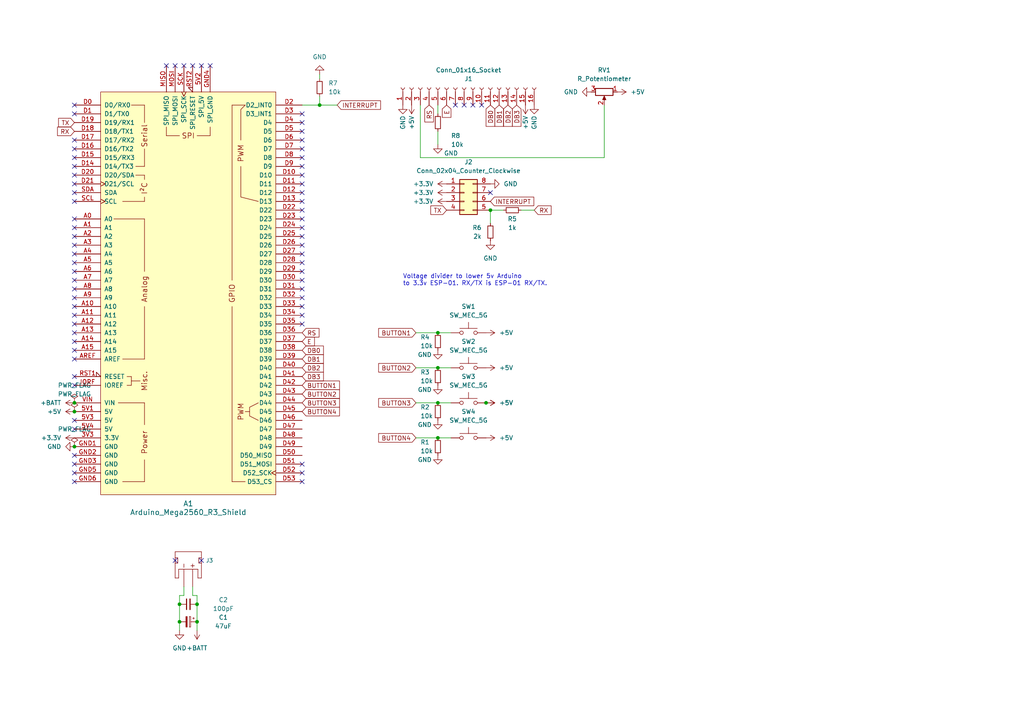
<source format=kicad_sch>
(kicad_sch (version 20230121) (generator eeschema)
  (paper "A4")
  (lib_symbols
    (symbol "Connector:Conn_01x16_Socket" (pin_names (offset 1.016) hide)
      (property "Reference" "J" (at 0 20.32 0))
      (property "Value" "Conn_01x16_Socket" (at 0 -22.86 0))
      (symbol "Conn_01x16_Socket_1_1"
        (arc (start 0 -19.812) (mid -0.5058 -20.32) (end 0 -20.828) (stroke (width 0.1524)))
        (arc (start 0 -17.272) (mid -0.5058 -17.78) (end 0 -18.288) (stroke (width 0.1524)))
        (arc (start 0 -14.732) (mid -0.5058 -15.24) (end 0 -15.748) (stroke (width 0.1524)))
        (arc (start 0 -12.192) (mid -0.5058 -12.7) (end 0 -13.208) (stroke (width 0.1524)))
        (arc (start 0 -9.652) (mid -0.5058 -10.16) (end 0 -10.668) (stroke (width 0.1524)))
        (arc (start 0 -7.112) (mid -0.5058 -7.62) (end 0 -8.128) (stroke (width 0.1524)))
        (arc (start 0 -4.572) (mid -0.5058 -5.08) (end 0 -5.588) (stroke (width 0.1524)))
        (arc (start 0 -2.032) (mid -0.5058 -2.54) (end 0 -3.048) (stroke (width 0.1524)))
        (polyline (pts (xy -1.27 -20.32) (xy -0.508 -20.32)) (stroke (width 0.1524)))
        (polyline (pts (xy -1.27 -17.78) (xy -0.508 -17.78)) (stroke (width 0.1524)))
        (polyline (pts (xy -1.27 -15.24) (xy -0.508 -15.24)) (stroke (width 0.1524)))
        (polyline (pts (xy -1.27 -12.7) (xy -0.508 -12.7)) (stroke (width 0.1524)))
        (polyline (pts (xy -1.27 -10.16) (xy -0.508 -10.16)) (stroke (width 0.1524)))
        (polyline (pts (xy -1.27 -7.62) (xy -0.508 -7.62)) (stroke (width 0.1524)))
        (polyline (pts (xy -1.27 -5.08) (xy -0.508 -5.08)) (stroke (width 0.1524)))
        (polyline (pts (xy -1.27 -2.54) (xy -0.508 -2.54)) (stroke (width 0.1524)))
        (polyline (pts (xy -1.27 0) (xy -0.508 0)) (stroke (width 0.1524)))
        (polyline (pts (xy -1.27 2.54) (xy -0.508 2.54)) (stroke (width 0.1524)))
        (polyline (pts (xy -1.27 5.08) (xy -0.508 5.08)) (stroke (width 0.1524)))
        (polyline (pts (xy -1.27 7.62) (xy -0.508 7.62)) (stroke (width 0.1524)))
        (polyline (pts (xy -1.27 10.16) (xy -0.508 10.16)) (stroke (width 0.1524)))
        (polyline (pts (xy -1.27 12.7) (xy -0.508 12.7)) (stroke (width 0.1524)))
        (polyline (pts (xy -1.27 15.24) (xy -0.508 15.24)) (stroke (width 0.1524)))
        (polyline (pts (xy -1.27 17.78) (xy -0.508 17.78)) (stroke (width 0.1524)))
        (arc (start 0 0.508) (mid -0.5058 0) (end 0 -0.508) (stroke (width 0.1524)))
        (arc (start 0 3.048) (mid -0.5058 2.54) (end 0 2.032) (stroke (width 0.1524)))
        (arc (start 0 5.588) (mid -0.5058 5.08) (end 0 4.572) (stroke (width 0.1524)))
        (arc (start 0 8.128) (mid -0.5058 7.62) (end 0 7.112) (stroke (width 0.1524)))
        (arc (start 0 10.668) (mid -0.5058 10.16) (end 0 9.652) (stroke (width 0.1524)))
        (arc (start 0 13.208) (mid -0.5058 12.7) (end 0 12.192) (stroke (width 0.1524)))
        (arc (start 0 15.748) (mid -0.5058 15.24) (end 0 14.732) (stroke (width 0.1524)))
        (arc (start 0 18.288) (mid -0.5058 17.78) (end 0 17.272) (stroke (width 0.1524)))
        (pin passive line (at -5.08 17.78 0) (length 3.81) (name "Pin_1") (number "1"))
        (pin passive line (at -5.08 -5.08 0) (length 3.81) (name "Pin_10") (number "10"))
        (pin passive line (at -5.08 -7.62 0) (length 3.81) (name "Pin_11") (number "11"))
        (pin passive line (at -5.08 -10.16 0) (length 3.81) (name "Pin_12") (number "12"))
        (pin passive line (at -5.08 -12.7 0) (length 3.81) (name "Pin_13") (number "13"))
        (pin passive line (at -5.08 -15.24 0) (length 3.81) (name "Pin_14") (number "14"))
        (pin passive line (at -5.08 -17.78 0) (length 3.81) (name "Pin_15") (number "15"))
        (pin passive line (at -5.08 -20.32 0) (length 3.81) (name "Pin_16") (number "16"))
        (pin passive line (at -5.08 15.24 0) (length 3.81) (name "Pin_2") (number "2"))
        (pin passive line (at -5.08 12.7 0) (length 3.81) (name "Pin_3") (number "3"))
        (pin passive line (at -5.08 10.16 0) (length 3.81) (name "Pin_4") (number "4"))
        (pin passive line (at -5.08 7.62 0) (length 3.81) (name "Pin_5") (number "5"))
        (pin passive line (at -5.08 5.08 0) (length 3.81) (name "Pin_6") (number "6"))
        (pin passive line (at -5.08 2.54 0) (length 3.81) (name "Pin_7") (number "7"))
        (pin passive line (at -5.08 0 0) (length 3.81) (name "Pin_8") (number "8"))
        (pin passive line (at -5.08 -2.54 0) (length 3.81) (name "Pin_9") (number "9"))
      )
    )
    (symbol "Connector_Generic:Conn_02x04_Counter_Clockwise" (pin_names (offset 1.016) hide)
      (property "Reference" "J" (at 1.27 5.08 0))
      (property "Value" "Conn_02x04_Counter_Clockwise" (at 1.27 -7.62 0))
      (symbol "Conn_02x04_Counter_Clockwise_1_1"
        (rectangle (start -1.27 -4.953) (end 0 -5.207) (stroke (width 0.1524)))
        (rectangle (start -1.27 -2.413) (end 0 -2.667) (stroke (width 0.1524)))
        (rectangle (start -1.27 0.127) (end 0 -0.127) (stroke (width 0.1524)))
        (rectangle (start -1.27 2.667) (end 0 2.413) (stroke (width 0.1524)))
        (rectangle (start -1.27 3.81) (end 3.81 -6.35) (stroke (width 0.254)) (fill (type background)))
        (rectangle (start 3.81 -4.953) (end 2.54 -5.207) (stroke (width 0.1524)))
        (rectangle (start 3.81 -2.413) (end 2.54 -2.667) (stroke (width 0.1524)))
        (rectangle (start 3.81 0.127) (end 2.54 -0.127) (stroke (width 0.1524)))
        (rectangle (start 3.81 2.667) (end 2.54 2.413) (stroke (width 0.1524)))
        (pin passive line (at -5.08 2.54 0) (length 3.81) (name "Pin_1") (number "1"))
        (pin passive line (at -5.08 0 0) (length 3.81) (name "Pin_2") (number "2"))
        (pin passive line (at -5.08 -2.54 0) (length 3.81) (name "Pin_3") (number "3"))
        (pin passive line (at -5.08 -5.08 0) (length 3.81) (name "Pin_4") (number "4"))
        (pin passive line (at 7.62 -5.08 180) (length 3.81) (name "Pin_5") (number "5"))
        (pin passive line (at 7.62 -2.54 180) (length 3.81) (name "Pin_6") (number "6"))
        (pin passive line (at 7.62 0 180) (length 3.81) (name "Pin_7") (number "7"))
        (pin passive line (at 7.62 2.54 180) (length 3.81) (name "Pin_8") (number "8"))
      )
    )
    (symbol "Device:C_Polarized_Small" (pin_numbers hide) (pin_names (offset 0.254) hide)
      (property "Reference" "C" (at 0.254 1.778 0))
      (property "Value" "C_Polarized_Small" (at 0.254 -2.032 0))
      (symbol "C_Polarized_Small_0_1"
        (rectangle (start -1.524 -0.3048) (end 1.524 -0.6858) (fill (type outline)))
        (rectangle (start -1.524 0.6858) (end 1.524 0.3048))
        (polyline (pts (xy -1.27 1.524) (xy -0.762 1.524)))
        (polyline (pts (xy -1.016 1.27) (xy -1.016 1.778)))
      )
      (symbol "C_Polarized_Small_1_1"
        (pin passive line (at 0 2.54 270) (length 1.8542) (name "~") (number "1"))
        (pin passive line (at 0 -2.54 90) (length 1.8542) (name "~") (number "2"))
      )
    )
    (symbol "Device:C_Small" (pin_numbers hide) (pin_names (offset 0.254) hide)
      (property "Reference" "C" (at 0.254 1.778 0))
      (property "Value" "C_Small" (at 0.254 -2.032 0))
      (symbol "C_Small_0_1"
        (polyline (pts (xy -1.524 -0.508) (xy 1.524 -0.508)) (stroke (width 0.3302)))
        (polyline (pts (xy -1.524 0.508) (xy 1.524 0.508)) (stroke (width 0.3048)))
      )
      (symbol "C_Small_1_1"
        (pin passive line (at 0 2.54 270) (length 2.032) (name "~") (number "1"))
        (pin passive line (at 0 -2.54 90) (length 2.032) (name "~") (number "2"))
      )
    )
    (symbol "Device:R_Potentiometer" (pin_names (offset 1.016) hide)
      (property "Reference" "RV" (at -4.445 0 90))
      (property "Value" "R_Potentiometer" (at -2.54 0 90))
      (symbol "R_Potentiometer_0_1"
        (polyline (pts (xy 2.54 0) (xy 1.524 0)))
        (polyline (pts (xy 1.143 0) (xy 2.286 0.508) (xy 2.286 -0.508) (xy 1.143 0)) (fill (type outline)))
        (rectangle (start 1.016 2.54) (end -1.016 -2.54) (stroke (width 0.254)))
      )
      (symbol "R_Potentiometer_1_1"
        (pin passive line (at 0 3.81 270) (length 1.27) (name "1") (number "1"))
        (pin passive line (at 3.81 0 180) (length 1.27) (name "2") (number "2"))
        (pin passive line (at 0 -3.81 90) (length 1.27) (name "3") (number "3"))
      )
    )
    (symbol "Device:R_Small" (pin_numbers hide) (pin_names (offset 0.254) hide)
      (property "Reference" "R" (at 0.762 0.508 0))
      (property "Value" "R_Small" (at 0.762 -1.016 0))
      (symbol "R_Small_0_1"
        (rectangle (start -0.762 1.778) (end 0.762 -1.778) (stroke (width 0.2032)))
      )
      (symbol "R_Small_1_1"
        (pin passive line (at 0 2.54 270) (length 0.762) (name "~") (number "1"))
        (pin passive line (at 0 -2.54 90) (length 0.762) (name "~") (number "2"))
      )
    )
    (symbol "PCM_arduino-library:Arduino_Mega2560_R3_Shield" (pin_names (offset 1.016))
      (property "Reference" "A" (at 0 -62.23 0))
      (property "Value" "Arduino_Mega2560_R3_Shield" (at 0 -66.04 0))
      (symbol "Arduino_Mega2560_R3_Shield_0_0"
        (rectangle (start -25.4 -58.42) (end 25.4 58.42) (fill (type background)))
        (rectangle (start -20.32 -31.75) (end -12.7 -31.75))
        (rectangle (start -19.05 -54.61) (end -12.7 -54.61))
        (rectangle (start -19.05 -19.05) (end -12.7 -19.05))
        (rectangle (start -19.05 26.67) (end -12.7 26.67))
        (rectangle (start -17.78 -26.67) (end -16.51 -26.67))
        (rectangle (start -17.78 -24.13) (end -16.51 -24.13))
        (rectangle (start -16.51 -25.4) (end -13.97 -25.4))
        (rectangle (start -16.51 -24.13) (end -16.51 -26.67))
        (rectangle (start -16.51 54.61) (end -12.7 54.61))
        (rectangle (start -15.24 34.29) (end -12.7 34.29))
        (rectangle (start -15.24 36.83) (end -12.7 36.83))
        (rectangle (start -12.7 -54.61) (end -12.7 -48.26))
        (rectangle (start -12.7 -31.75) (end -12.7 -38.1))
        (rectangle (start -12.7 26.67) (end -12.7 27.94))
        (rectangle (start -12.7 34.29) (end -12.7 33.02))
        (rectangle (start -12.7 41.91) (end -12.7 36.83))
        (rectangle (start -12.7 49.53) (end -12.7 54.61))
        (rectangle (start -6.35 48.26) (end -6.35 45.72))
        (rectangle (start -2.54 45.72) (end -6.35 45.72))
        (polyline (pts (xy -21.59 21.59) (xy -12.7 21.59)))
        (polyline (pts (xy -12.7 -19.05) (xy -12.7 -3.81)))
        (polyline (pts (xy -12.7 6.35) (xy -12.7 21.59)))
        (polyline (pts (xy 12.7 -54.61) (xy 16.51 -54.61)))
        (polyline (pts (xy 12.7 54.61) (xy 16.51 54.61)))
        (polyline (pts (xy 17.78 -34.29) (xy 16.51 -34.29)))
        (polyline (pts (xy 15.24 36.83) (xy 15.24 27.94) (xy 20.32 26.67)))
        (polyline (pts (xy 15.24 44.45) (xy 15.24 53.34) (xy 16.51 54.61)))
        (polyline (pts (xy 20.32 -31.75) (xy 17.78 -33.02) (xy 17.78 -35.56) (xy 20.32 -36.83)))
        (rectangle (start 6.35 45.72) (end 2.54 45.72))
        (rectangle (start 6.35 48.26) (end 6.35 45.72))
        (text "Analog" (at -12.7 1.27 900) (effects (font (size 1.524 1.524))))
        (text "I²C" (at -12.7 30.48 900) (effects (font (size 1.524 1.524))))
        (text "Misc." (at -12.7 -25.4 900) (effects (font (size 1.524 1.524))))
        (text "Power" (at -12.7 -43.18 900) (effects (font (size 1.524 1.524))))
        (text "PWM" (at 15.24 -34.29 900) (effects (font (size 1.524 1.524))))
        (text "PWM" (at 15.24 40.64 900) (effects (font (size 1.524 1.524))))
        (text "Serial" (at -12.7 45.72 900) (effects (font (size 1.524 1.524))))
        (text "SPI" (at 0 45.72 0) (effects (font (size 1.524 1.524))))
      )
      (symbol "Arduino_Mega2560_R3_Shield_1_0"
        (rectangle (start 12.7 -54.61) (end 12.7 -3.81))
        (rectangle (start 12.7 54.61) (end 12.7 3.81))
        (text "GPIO" (at 12.7 0 900) (effects (font (size 1.524 1.524))))
      )
      (symbol "Arduino_Mega2560_R3_Shield_1_1"
        (pin power_out line (at -33.02 -41.91 0) (length 7.62) (name "3.3V") (number "3V3"))
        (pin power_in line (at -33.02 -34.29 0) (length 7.62) (name "5V") (number "5V1"))
        (pin power_in line (at 3.81 66.04 270) (length 7.62) (name "SPI_5V") (number "5V2"))
        (pin power_in line (at -33.02 -36.83 0) (length 7.62) (name "5V") (number "5V3"))
        (pin power_in line (at -33.02 -39.37 0) (length 7.62) (name "5V") (number "5V4"))
        (pin bidirectional line (at -33.02 21.59 0) (length 7.62) (name "A0") (number "A0"))
        (pin bidirectional line (at -33.02 19.05 0) (length 7.62) (name "A1") (number "A1"))
        (pin bidirectional line (at -33.02 -3.81 0) (length 7.62) (name "A10") (number "A10"))
        (pin bidirectional line (at -33.02 -6.35 0) (length 7.62) (name "A11") (number "A11"))
        (pin bidirectional line (at -33.02 -8.89 0) (length 7.62) (name "A12") (number "A12"))
        (pin bidirectional line (at -33.02 -11.43 0) (length 7.62) (name "A13") (number "A13"))
        (pin bidirectional line (at -33.02 -13.97 0) (length 7.62) (name "A14") (number "A14"))
        (pin bidirectional line (at -33.02 -16.51 0) (length 7.62) (name "A15") (number "A15"))
        (pin bidirectional line (at -33.02 16.51 0) (length 7.62) (name "A2") (number "A2"))
        (pin bidirectional line (at -33.02 13.97 0) (length 7.62) (name "A3") (number "A3"))
        (pin bidirectional line (at -33.02 11.43 0) (length 7.62) (name "A4") (number "A4"))
        (pin bidirectional line (at -33.02 8.89 0) (length 7.62) (name "A5") (number "A5"))
        (pin bidirectional line (at -33.02 6.35 0) (length 7.62) (name "A6") (number "A6"))
        (pin bidirectional line (at -33.02 3.81 0) (length 7.62) (name "A7") (number "A7"))
        (pin bidirectional line (at -33.02 1.27 0) (length 7.62) (name "A8") (number "A8"))
        (pin bidirectional line (at -33.02 -1.27 0) (length 7.62) (name "A9") (number "A9"))
        (pin input line (at -33.02 -19.05 0) (length 7.62) (name "AREF") (number "AREF"))
        (pin bidirectional line (at -33.02 54.61 0) (length 7.62) (name "D0/RX0") (number "D0"))
        (pin bidirectional line (at -33.02 52.07 0) (length 7.62) (name "D1/TX0") (number "D1"))
        (pin bidirectional line (at 33.02 34.29 180) (length 7.62) (name "D10") (number "D10"))
        (pin bidirectional line (at 33.02 31.75 180) (length 7.62) (name "D11") (number "D11"))
        (pin bidirectional line (at 33.02 29.21 180) (length 7.62) (name "D12") (number "D12"))
        (pin bidirectional line (at 33.02 26.67 180) (length 7.62) (name "D13") (number "D13"))
        (pin bidirectional line (at -33.02 36.83 0) (length 7.62) (name "D14/TX3") (number "D14"))
        (pin bidirectional line (at -33.02 39.37 0) (length 7.62) (name "D15/RX3") (number "D15"))
        (pin bidirectional line (at -33.02 41.91 0) (length 7.62) (name "D16/TX2") (number "D16"))
        (pin bidirectional line (at -33.02 44.45 0) (length 7.62) (name "D17/RX2") (number "D17"))
        (pin bidirectional line (at -33.02 46.99 0) (length 7.62) (name "D18/TX1") (number "D18"))
        (pin bidirectional line (at -33.02 49.53 0) (length 7.62) (name "D19/RX1") (number "D19"))
        (pin bidirectional line (at 33.02 54.61 180) (length 7.62) (name "D2_INT0") (number "D2"))
        (pin bidirectional line (at -33.02 34.29 0) (length 7.62) (name "D20/SDA") (number "D20"))
        (pin bidirectional clock (at -33.02 31.75 0) (length 7.62) (name "D21/SCL") (number "D21"))
        (pin bidirectional line (at 33.02 24.13 180) (length 7.62) (name "D22") (number "D22"))
        (pin bidirectional line (at 33.02 21.59 180) (length 7.62) (name "D23") (number "D23"))
        (pin bidirectional line (at 33.02 19.05 180) (length 7.62) (name "D24") (number "D24"))
        (pin bidirectional line (at 33.02 16.51 180) (length 7.62) (name "D25") (number "D25"))
        (pin bidirectional line (at 33.02 13.97 180) (length 7.62) (name "D26") (number "D26"))
        (pin bidirectional line (at 33.02 11.43 180) (length 7.62) (name "D27") (number "D27"))
        (pin bidirectional line (at 33.02 8.89 180) (length 7.62) (name "D28") (number "D28"))
        (pin bidirectional line (at 33.02 6.35 180) (length 7.62) (name "D29") (number "D29"))
        (pin bidirectional line (at 33.02 52.07 180) (length 7.62) (name "D3_INT1") (number "D3"))
        (pin bidirectional line (at 33.02 3.81 180) (length 7.62) (name "D30") (number "D30"))
        (pin bidirectional line (at 33.02 1.27 180) (length 7.62) (name "D31") (number "D31"))
        (pin bidirectional line (at 33.02 -1.27 180) (length 7.62) (name "D32") (number "D32"))
        (pin bidirectional line (at 33.02 -3.81 180) (length 7.62) (name "D33") (number "D33"))
        (pin bidirectional line (at 33.02 -6.35 180) (length 7.62) (name "D34") (number "D34"))
        (pin bidirectional line (at 33.02 -8.89 180) (length 7.62) (name "D35") (number "D35"))
        (pin bidirectional line (at 33.02 -11.43 180) (length 7.62) (name "D36") (number "D36"))
        (pin bidirectional line (at 33.02 -13.97 180) (length 7.62) (name "D37") (number "D37"))
        (pin bidirectional line (at 33.02 -16.51 180) (length 7.62) (name "D38") (number "D38"))
        (pin bidirectional line (at 33.02 -19.05 180) (length 7.62) (name "D39") (number "D39"))
        (pin bidirectional line (at 33.02 49.53 180) (length 7.62) (name "D4") (number "D4"))
        (pin bidirectional line (at 33.02 -21.59 180) (length 7.62) (name "D40") (number "D40"))
        (pin bidirectional line (at 33.02 -24.13 180) (length 7.62) (name "D41") (number "D41"))
        (pin bidirectional line (at 33.02 -26.67 180) (length 7.62) (name "D42") (number "D42"))
        (pin bidirectional line (at 33.02 -29.21 180) (length 7.62) (name "D43") (number "D43"))
        (pin bidirectional line (at 33.02 -31.75 180) (length 7.62) (name "D44") (number "D44"))
        (pin bidirectional line (at 33.02 -34.29 180) (length 7.62) (name "D45") (number "D45"))
        (pin bidirectional line (at 33.02 -36.83 180) (length 7.62) (name "D46") (number "D46"))
        (pin bidirectional line (at 33.02 -39.37 180) (length 7.62) (name "D47") (number "D47"))
        (pin bidirectional line (at 33.02 -41.91 180) (length 7.62) (name "D48") (number "D48"))
        (pin bidirectional line (at 33.02 -44.45 180) (length 7.62) (name "D49") (number "D49"))
        (pin bidirectional line (at 33.02 46.99 180) (length 7.62) (name "D5") (number "D5"))
        (pin bidirectional line (at 33.02 -46.99 180) (length 7.62) (name "D50_MISO") (number "D50"))
        (pin bidirectional line (at 33.02 -49.53 180) (length 7.62) (name "D51_MOSI") (number "D51"))
        (pin bidirectional clock (at 33.02 -52.07 180) (length 7.62) (name "D52_SCK") (number "D52"))
        (pin bidirectional line (at 33.02 -54.61 180) (length 7.62) (name "D53_CS") (number "D53"))
        (pin bidirectional line (at 33.02 44.45 180) (length 7.62) (name "D6") (number "D6"))
        (pin bidirectional line (at 33.02 41.91 180) (length 7.62) (name "D7") (number "D7"))
        (pin bidirectional line (at 33.02 39.37 180) (length 7.62) (name "D8") (number "D8"))
        (pin bidirectional line (at 33.02 36.83 180) (length 7.62) (name "D9") (number "D9"))
        (pin power_in line (at -33.02 -44.45 0) (length 7.62) (name "GND") (number "GND1"))
        (pin power_in line (at -33.02 -46.99 0) (length 7.62) (name "GND") (number "GND2"))
        (pin power_in line (at -33.02 -49.53 0) (length 7.62) (name "GND") (number "GND3"))
        (pin power_in line (at 6.35 66.04 270) (length 7.62) (name "SPI_GND") (number "GND4"))
        (pin power_in line (at -33.02 -52.07 0) (length 7.62) (name "GND") (number "GND5"))
        (pin power_in line (at -33.02 -54.61 0) (length 7.62) (name "GND") (number "GND6"))
        (pin output line (at -33.02 -26.67 0) (length 7.62) (name "IOREF") (number "IORF"))
        (pin input line (at -6.35 66.04 270) (length 7.62) (name "SPI_MISO") (number "MISO"))
        (pin output line (at -3.81 66.04 270) (length 7.62) (name "SPI_MOSI") (number "MOSI"))
        (pin open_collector input_low (at -33.02 -24.13 0) (length 7.62) (name "RESET") (number "RST1"))
        (pin open_collector input_low (at 1.27 66.04 270) (length 7.62) (name "SPI_RESET") (number "RST2"))
        (pin output clock (at -1.27 66.04 270) (length 7.62) (name "SPI_SCK") (number "SCK"))
        (pin bidirectional clock (at -33.02 26.67 0) (length 7.62) (name "SCL") (number "SCL"))
        (pin bidirectional line (at -33.02 29.21 0) (length 7.62) (name "SDA") (number "SDA"))
        (pin power_in line (at -33.02 -31.75 0) (length 7.62) (name "VIN") (number "VIN"))
      )
    )
    (symbol "SparkFun-Connectors:JST_2MM_MALE" (pin_numbers hide) (pin_names (offset 1.016) hide)
      (property "Reference" "J" (at -3.81 6.35 0))
      (property "Field4" "CONN-11443" (at 0 10.16 0))
      (symbol "JST_2MM_MALE_1_0"
        (polyline (pts (xy -3.81 -2.54) (xy -3.81 1.778)))
        (polyline (pts (xy -3.81 -2.54) (xy -2.794 -2.54)))
        (polyline (pts (xy -3.81 1.778) (xy -3.81 3.302)))
        (polyline (pts (xy -3.81 1.778) (xy -3.048 1.778)))
        (polyline (pts (xy -3.81 3.302) (xy -3.81 5.08)))
        (polyline (pts (xy -3.81 5.08) (xy 3.81 5.08)))
        (polyline (pts (xy -3.048 1.778) (xy -3.048 3.302)))
        (polyline (pts (xy -3.048 3.302) (xy -3.81 3.302)))
        (polyline (pts (xy -2.794 0) (xy -2.794 -2.54)))
        (polyline (pts (xy -1.27 0.508) (xy -1.27 1.524)))
        (polyline (pts (xy 0.762 1.016) (xy 1.778 1.016)))
        (polyline (pts (xy 1.27 0.508) (xy 1.27 1.524)))
        (polyline (pts (xy 2.794 -2.54) (xy 2.794 0)))
        (polyline (pts (xy 2.794 0) (xy -2.794 0)))
        (polyline (pts (xy 3.81 -2.54) (xy 2.794 -2.54)))
        (polyline (pts (xy 3.81 1.778) (xy 3.81 -2.54)))
        (polyline (pts (xy 3.81 5.08) (xy 3.81 3.302)))
      )
      (symbol "JST_2MM_MALE_1_1"
        (polyline (pts (xy 3.81 1.778) (xy 3.048 1.778) (xy 3.048 3.302) (xy 3.81 3.302) (xy 3.81 1.778)))
        (pin bidirectional line (at -1.27 -5.08 90) (length 5.08) (name "-") (number "1"))
        (pin bidirectional line (at 1.27 -5.08 90) (length 5.08) (name "+") (number "2"))
        (pin bidirectional line (at -3.81 2.54 90) (length 0) (name "PAD1") (number "NC1"))
        (pin bidirectional line (at 3.81 2.54 90) (length 0) (name "PAD2") (number "NC2"))
      )
    )
    (symbol "Switch:SW_MEC_5G" (pin_numbers hide) (pin_names (offset 1.016) hide)
      (property "Reference" "SW" (at 1.27 2.54 0))
      (property "Value" "SW_MEC_5G" (at 0 -1.524 0))
      (symbol "SW_MEC_5G_0_1"
        (circle (center -2.032 0) (radius 0.508))
        (polyline (pts (xy 0 1.27) (xy 0 3.048)))
        (polyline (pts (xy 2.54 1.27) (xy -2.54 1.27)))
        (circle (center 2.032 0) (radius 0.508))
        (pin passive line (at -5.08 0 0) (length 2.54) (name "A") (number "1"))
        (pin passive line (at 5.08 0 180) (length 2.54) (name "B") (number "3"))
      )
      (symbol "SW_MEC_5G_1_1"
        (pin passive line (at -5.08 0 0) (length 2.54) hide (name "A") (number "2"))
        (pin passive line (at 5.08 0 180) (length 2.54) hide (name "B") (number "4"))
      )
    )
    (symbol "power:+3.3V" (power) (pin_names (offset 0))
      (property "Value" "+3.3V" (at 0 3.556 0))
      (symbol "+3.3V_0_1"
        (polyline (pts (xy -0.762 1.27) (xy 0 2.54)))
        (polyline (pts (xy 0 0) (xy 0 2.54)))
        (polyline (pts (xy 0 2.54) (xy 0.762 1.27)))
      )
      (symbol "+3.3V_1_1"
        (pin power_in line (at 0 0 90) (length 0) hide (name "+3.3V") (number "1"))
      )
    )
    (symbol "power:+5V" (power) (pin_names (offset 0))
      (property "Value" "+5V" (at 0 3.556 0))
      (symbol "+5V_0_1"
        (polyline (pts (xy -0.762 1.27) (xy 0 2.54)))
        (polyline (pts (xy 0 0) (xy 0 2.54)))
        (polyline (pts (xy 0 2.54) (xy 0.762 1.27)))
      )
      (symbol "+5V_1_1"
        (pin power_in line (at 0 0 90) (length 0) hide (name "+5V") (number "1"))
      )
    )
    (symbol "power:+BATT" (power) (pin_names (offset 0))
      (property "Value" "+BATT" (at 0 3.556 0))
      (symbol "+BATT_0_1"
        (polyline (pts (xy -0.762 1.27) (xy 0 2.54)))
        (polyline (pts (xy 0 0) (xy 0 2.54)))
        (polyline (pts (xy 0 2.54) (xy 0.762 1.27)))
      )
      (symbol "+BATT_1_1"
        (pin power_in line (at 0 0 90) (length 0) hide (name "+BATT") (number "1"))
      )
    )
    (symbol "power:GND" (power) (pin_names (offset 0))
      (property "Value" "GND" (at 0 -3.81 0))
      (symbol "GND_0_1"
        (polyline (pts (xy 0 0) (xy 0 -1.27) (xy 1.27 -1.27) (xy 0 -2.54) (xy -1.27 -1.27) (xy 0 -1.27)))
      )
      (symbol "GND_1_1"
        (pin power_in line (at 0 0 270) (length 0) hide (name "GND") (number "1"))
      )
    )
    (symbol "power:PWR_FLAG" (power) (pin_numbers hide) (pin_names (offset 0) hide)
      (property "Value" "PWR_FLAG" (at 0 3.81 0))
      (symbol "PWR_FLAG_0_0"
        (pin power_out line (at 0 0 90) (length 0) (name "pwr") (number "1"))
      )
      (symbol "PWR_FLAG_0_1"
        (polyline (pts (xy 0 0) (xy 0 1.27) (xy -1.016 1.905) (xy 0 2.54) (xy 1.016 1.905) (xy 0 1.27)))
      )
    )
  )
  (junction (at 52.07 180.34))
  (junction (at 127 127))
  (junction (at 127 106.68))
  (junction (at 142.24 60.96))
  (junction (at 92.71 30.48))
  (junction (at 127 116.84))
  (junction (at 21.59 119.38))
  (junction (at 57.15 175.26))
  (junction (at 52.07 175.26))
  (junction (at 21.59 116.84))
  (junction (at 57.15 180.34))
  (junction (at 127 96.52))
  (junction (at 140.97 116.84))
  (junction (at 21.59 129.54))
  (no_connect (at 21.59 58.42))
  (no_connect (at 60.96 19.05))
  (no_connect (at 21.59 137.16))
  (no_connect (at 87.63 78.74))
  (no_connect (at 21.59 50.8))
  (no_connect (at 87.63 55.88))
  (no_connect (at 87.63 81.28))
  (no_connect (at 87.63 71.12))
  (no_connect (at 21.59 83.82))
  (no_connect (at 87.63 93.98))
  (no_connect (at 50.8 162.56))
  (no_connect (at 21.59 73.66))
  (no_connect (at 55.88 19.05))
  (no_connect (at 139.7 30.48))
  (no_connect (at 142.24 55.88))
  (no_connect (at 21.59 88.9))
  (no_connect (at 87.63 53.34))
  (no_connect (at 87.63 139.7))
  (no_connect (at 21.59 68.58))
  (no_connect (at 87.63 50.8))
  (no_connect (at 21.59 96.52))
  (no_connect (at 21.59 81.28))
  (no_connect (at 21.59 71.12))
  (no_connect (at 21.59 99.06))
  (no_connect (at 21.59 78.74))
  (no_connect (at 87.63 43.18))
  (no_connect (at 87.63 88.9))
  (no_connect (at 87.63 137.16))
  (no_connect (at 21.59 66.04))
  (no_connect (at 87.63 86.36))
  (no_connect (at 50.8 19.05))
  (no_connect (at 87.63 91.44))
  (no_connect (at 137.16 30.48))
  (no_connect (at 21.59 55.88))
  (no_connect (at 87.63 66.04))
  (no_connect (at 21.59 40.64))
  (no_connect (at 58.42 162.56))
  (no_connect (at 53.34 19.05))
  (no_connect (at 21.59 111.76))
  (no_connect (at 21.59 48.26))
  (no_connect (at 87.63 58.42))
  (no_connect (at 21.59 124.46))
  (no_connect (at 87.63 73.66))
  (no_connect (at 132.08 30.48))
  (no_connect (at 87.63 134.62))
  (no_connect (at 21.59 53.34))
  (no_connect (at 87.63 48.26))
  (no_connect (at 21.59 76.2))
  (no_connect (at 87.63 35.56))
  (no_connect (at 21.59 104.14))
  (no_connect (at 87.63 60.96))
  (no_connect (at 58.42 19.05))
  (no_connect (at 21.59 45.72))
  (no_connect (at 87.63 38.1))
  (no_connect (at 21.59 33.02))
  (no_connect (at 21.59 86.36))
  (no_connect (at 87.63 33.02))
  (no_connect (at 21.59 134.62))
  (no_connect (at 21.59 43.18))
  (no_connect (at 21.59 93.98))
  (no_connect (at 21.59 63.5))
  (no_connect (at 87.63 68.58))
  (no_connect (at 87.63 63.5))
  (no_connect (at 21.59 91.44))
  (no_connect (at 87.63 45.72))
  (no_connect (at 21.59 101.6))
  (no_connect (at 87.63 76.2))
  (no_connect (at 134.62 30.48))
  (no_connect (at 87.63 40.64))
  (no_connect (at 21.59 139.7))
  (no_connect (at 87.63 83.82))
  (no_connect (at 21.59 132.08))
  (no_connect (at 21.59 109.22))
  (no_connect (at 48.26 19.05))
  (no_connect (at 21.59 121.92))
  (no_connect (at 21.59 30.48))
  (wire (pts (xy 121.92 45.72) (xy 175.26 45.72)))
  (wire (pts (xy 175.26 45.72) (xy 175.26 30.48)))
  (wire (pts (xy 97.79 30.48) (xy 92.71 30.48)))
  (wire (pts (xy 55.88 170.18) (xy 55.88 172.72)))
  (wire (pts (xy 53.34 170.18) (xy 53.34 172.72)))
  (wire (pts (xy 52.07 172.72) (xy 52.07 175.26)))
  (wire (pts (xy 57.15 180.34) (xy 57.15 175.26)))
  (wire (pts (xy 52.07 175.26) (xy 52.07 180.34)))
  (wire (pts (xy 120.65 127) (xy 127 127)))
  (wire (pts (xy 127 96.52) (xy 130.81 96.52)))
  (wire (pts (xy 57.15 175.26) (xy 57.15 172.72)))
  (wire (pts (xy 120.65 116.84) (xy 127 116.84)))
  (wire (pts (xy 142.24 64.77) (xy 142.24 60.96)))
  (wire (pts (xy 52.07 180.34) (xy 52.07 182.88)))
  (wire (pts (xy 92.71 30.48) (xy 87.63 30.48)))
  (wire (pts (xy 92.71 21.59) (xy 92.71 22.86)))
  (wire (pts (xy 127 30.48) (xy 127 33.02)))
  (wire (pts (xy 120.65 106.68) (xy 127 106.68)))
  (wire (pts (xy 92.71 27.94) (xy 92.71 30.48)))
  (wire (pts (xy 127 127) (xy 130.81 127)))
  (wire (pts (xy 120.65 96.52) (xy 127 96.52)))
  (wire (pts (xy 57.15 182.88) (xy 57.15 180.34)))
  (wire (pts (xy 53.34 172.72) (xy 52.07 172.72)))
  (wire (pts (xy 57.15 172.72) (xy 55.88 172.72)))
  (wire (pts (xy 151.13 60.96) (xy 154.94 60.96)))
  (wire (pts (xy 121.92 30.48) (xy 121.92 45.72)))
  (wire (pts (xy 127 106.68) (xy 130.81 106.68)))
  (wire (pts (xy 127 116.84) (xy 130.81 116.84)))
  (wire (pts (xy 127 38.1) (xy 127 41.91)))
  (wire (pts (xy 146.05 60.96) (xy 142.24 60.96)))
  (text "Voltage divider to lower 5v Arduino\nto 3.3v ESP-01. RX/TX is ESP-01 RX/TX.\n\n" (at 116.84 85.09 0) (effects (font (size 1.27 1.27)) (justify left bottom)))
  (global_label "BUTTON1" (shape input) (at 120.65 96.52 180) (property "Intersheetrefs" "${INTERSHEET_REFS}" (effects hide)))
  (global_label "INTERRUPT" (shape input) (at 97.79 30.48 0) (property "Intersheetrefs" "${INTERSHEET_REFS}" (effects hide)))
  (global_label "RS" (shape input) (at 87.63 96.52 0) (property "Intersheetrefs" "${INTERSHEET_REFS}" (effects hide)))
  (global_label "BUTTON4" (shape input) (at 120.65 127 180) (property "Intersheetrefs" "${INTERSHEET_REFS}" (effects hide)))
  (global_label "DB2" (shape input) (at 147.32 30.48 270) (property "Intersheetrefs" "${INTERSHEET_REFS}" (effects hide)))
  (global_label "DB0" (shape input) (at 142.24 30.48 270) (property "Intersheetrefs" "${INTERSHEET_REFS}" (effects hide)))
  (global_label "TX" (shape input) (at 129.54 60.96 180) (property "Intersheetrefs" "${INTERSHEET_REFS}" (effects hide)))
  (global_label "RX" (shape input) (at 154.94 60.96 0) (property "Intersheetrefs" "${INTERSHEET_REFS}" (effects hide)))
  (global_label "RX" (shape input) (at 21.59 38.1 180) (property "Intersheetrefs" "${INTERSHEET_REFS}" (effects hide)))
  (global_label "DB0" (shape input) (at 87.63 101.6 0) (property "Intersheetrefs" "${INTERSHEET_REFS}" (effects hide)))
  (global_label "TX" (shape input) (at 21.59 35.56 180) (property "Intersheetrefs" "${INTERSHEET_REFS}" (effects hide)))
  (global_label "DB2" (shape input) (at 87.63 106.68 0) (property "Intersheetrefs" "${INTERSHEET_REFS}" (effects hide)))
  (global_label "RS" (shape input) (at 124.46 30.48 270) (property "Intersheetrefs" "${INTERSHEET_REFS}" (effects hide)))
  (global_label "DB3" (shape input) (at 149.86 30.48 270) (property "Intersheetrefs" "${INTERSHEET_REFS}" (effects hide)))
  (global_label "BUTTON3" (shape input) (at 120.65 116.84 180) (property "Intersheetrefs" "${INTERSHEET_REFS}" (effects hide)))
  (global_label "BUTTON4" (shape input) (at 87.63 119.38 0) (property "Intersheetrefs" "${INTERSHEET_REFS}" (effects hide)))
  (global_label "DB3" (shape input) (at 87.63 109.22 0) (property "Intersheetrefs" "${INTERSHEET_REFS}" (effects hide)))
  (global_label "E" (shape input) (at 87.63 99.06 0) (property "Intersheetrefs" "${INTERSHEET_REFS}" (effects hide)))
  (global_label "DB1" (shape input) (at 87.63 104.14 0) (property "Intersheetrefs" "${INTERSHEET_REFS}" (effects hide)))
  (global_label "DB1" (shape input) (at 144.78 30.48 270) (property "Intersheetrefs" "${INTERSHEET_REFS}" (effects hide)))
  (global_label "E" (shape input) (at 129.54 30.48 270) (property "Intersheetrefs" "${INTERSHEET_REFS}" (effects hide)))
  (global_label "INTERRUPT" (shape input) (at 142.24 58.42 0) (property "Intersheetrefs" "${INTERSHEET_REFS}" (effects hide)))
  (global_label "BUTTON1" (shape input) (at 87.63 111.76 0) (property "Intersheetrefs" "${INTERSHEET_REFS}" (effects hide)))
  (global_label "BUTTON2" (shape input) (at 120.65 106.68 180) (property "Intersheetrefs" "${INTERSHEET_REFS}" (effects hide)))
  (global_label "BUTTON2" (shape input) (at 87.63 114.3 0) (property "Intersheetrefs" "${INTERSHEET_REFS}" (effects hide)))
  (global_label "BUTTON3" (shape input) (at 87.63 116.84 0) (property "Intersheetrefs" "${INTERSHEET_REFS}" (effects hide)))
  (symbol (lib_id "Device:R_Small") (at 92.71 25.4 0) (unit 1)
    (property "Reference" "R7" (at 95.25 24.13 0) (effects (justify left)))
    (property "Value" "10k" (at 95.25 26.67 0) (effects (justify left)))
  )
  (symbol (lib_id "Device:R_Small") (at 127 119.38 0) (unit 1)
    (property "Reference" "R2" (at 121.92 118.11 0) (effects (justify left)))
    (property "Value" "10k" (at 121.92 120.65 0) (effects (justify left)))
  )
  (symbol (lib_id "power:GND") (at 127 101.6 0) (unit 1)
    (property "Reference" "#PWR09" (effects hide))
    (property "Value" "GND" (at 123.19 102.87 0))
  )
  (symbol (lib_id "SparkFun-Connectors:JST_2MM_MALE") (at 54.61 165.1 0) (unit 1)
    (property "Reference" "J3" (at 59.69 162.56 0) (effects (font (size 1.143 1.143)) (justify left)))
    (property "Value" "JST_2MM_MALE" (effects hide))
    (property "Footprint" "JST-2-SMD" (effects hide))
    (property "Text" "CONN-11443" (effects hide))
  )
  (symbol (lib_id "power:+BATT") (at 21.59 116.84 90) (unit 1)
    (property "Reference" "#PWR024" (effects hide))
    (property "Value" "+BATT" (at 17.78 116.84 90) (effects (justify left)))
  )
  (symbol (lib_id "power:+5V") (at 140.97 116.84 270) (unit 1)
    (property "Reference" "#PWR03" (effects hide))
    (property "Value" "+5V" (at 144.78 116.84 90) (effects (justify left)))
  )
  (symbol (lib_id "power:PWR_FLAG") (at 21.59 116.84 0) (unit 1)
    (property "Reference" "#FLG01" (effects hide))
    (property "Value" "PWR_FLAG" (at 21.59 111.76 0))
  )
  (symbol (lib_id "power:+5V") (at 119.38 30.48 180) (unit 1)
    (property "Reference" "#PWR014" (effects hide))
    (property "Value" "+5V" (at 119.38 35.56 90))
  )
  (symbol (lib_id "power:+3.3V") (at 129.54 55.88 90) (mirror x) (unit 1)
    (property "Reference" "#PWR018" (effects hide))
    (property "Value" "+3.3V" (at 125.73 55.88 90) (effects (justify left)))
  )
  (symbol (lib_id "power:GND") (at 171.45 26.67 270) (unit 1)
    (property "Reference" "#PWR012" (effects hide))
    (property "Value" "GND" (at 167.64 26.67 90) (effects (justify right)))
  )
  (symbol (lib_id "power:GND") (at 52.07 182.88 0) (unit 1)
    (property "Reference" "#PWR026" (effects hide))
    (property "Value" "GND" (at 52.07 187.96 0))
  )
  (symbol (lib_id "power:+5V") (at 140.97 96.52 270) (unit 1)
    (property "Reference" "#PWR01" (effects hide))
    (property "Value" "+5V" (at 144.78 96.52 90) (effects (justify left)))
  )
  (symbol (lib_id "PCM_arduino-library:Arduino_Mega2560_R3_Shield") (at 54.61 85.09 0) (unit 1)
    (property "Reference" "A1" (at 54.61 146.05 0) (effects (font (size 1.524 1.524))))
    (property "Value" "Arduino_Mega2560_R3_Shield" (at 54.61 148.59 0) (effects (font (size 1.524 1.524))))
    (property "Footprint" "PCM_arduino-library:Arduino_Mega2560_R3_Shield" (effects hide))
    (property "Datasheet" "https://docs.arduino.cc/hardware/mega-2560" (effects hide))
  )
  (symbol (lib_id "power:+3.3V") (at 21.59 127 90) (unit 1)
    (property "Reference" "#PWR022" (effects hide))
    (property "Value" "+3.3V" (at 17.78 127 90) (effects (justify left)))
  )
  (symbol (lib_id "power:GND") (at 127 41.91 0) (unit 1)
    (property "Reference" "#PWR028" (effects hide))
    (property "Value" "GND" (at 130.81 44.45 0))
  )
  (symbol (lib_id "Device:R_Small") (at 127 109.22 0) (unit 1)
    (property "Reference" "R3" (at 121.92 107.95 0) (effects (justify left)))
    (property "Value" "10k" (at 121.92 110.49 0) (effects (justify left)))
  )
  (symbol (lib_id "power:+3.3V") (at 129.54 58.42 90) (mirror x) (unit 1)
    (property "Reference" "#PWR019" (effects hide))
    (property "Value" "+3.3V" (at 125.73 58.42 90) (effects (justify left)))
  )
  (symbol (lib_id "power:GND") (at 127 132.08 0) (unit 1)
    (property "Reference" "#PWR07" (effects hide))
    (property "Value" "GND" (at 123.19 133.35 0))
  )
  (symbol (lib_id "Device:R_Small") (at 127 99.06 0) (unit 1)
    (property "Reference" "R4" (at 121.92 97.79 0) (effects (justify left)))
    (property "Value" "10k" (at 121.92 100.33 0) (effects (justify left)))
  )
  (symbol (lib_id "power:+5V") (at 179.07 26.67 270) (unit 1)
    (property "Reference" "#PWR016" (effects hide))
    (property "Value" "+5V" (at 182.88 26.67 90) (effects (justify left)))
  )
  (symbol (lib_id "power:GND") (at 127 111.76 0) (unit 1)
    (property "Reference" "#PWR08" (effects hide))
    (property "Value" "GND" (at 123.19 113.03 0))
  )
  (symbol (lib_id "power:PWR_FLAG") (at 21.59 129.54 0) (unit 1)
    (property "Reference" "#FLG03" (effects hide))
    (property "Value" "PWR_FLAG" (at 21.59 124.46 0))
  )
  (symbol (lib_id "Device:R_Small") (at 127 129.54 0) (unit 1)
    (property "Reference" "R1" (at 121.92 128.27 0) (effects (justify left)))
    (property "Value" "10k" (at 121.92 130.81 0) (effects (justify left)))
  )
  (symbol (lib_id "Switch:SW_MEC_5G") (at 135.89 127 0) (unit 1)
    (property "Reference" "SW4" (at 135.89 119.38 0))
    (property "Value" "SW_MEC_5G" (at 135.89 121.92 0))
    (property "Datasheet" "http://www.apem.com/int/index.php?controller=attachment&id_attachment=488" (effects hide))
  )
  (symbol (lib_id "Switch:SW_MEC_5G") (at 135.89 116.84 0) (unit 1)
    (property "Reference" "SW3" (at 135.89 109.22 0))
    (property "Value" "SW_MEC_5G" (at 135.89 111.76 0))
    (property "Datasheet" "http://www.apem.com/int/index.php?controller=attachment&id_attachment=488" (effects hide))
  )
  (symbol (lib_id "power:GND") (at 127 121.92 0) (unit 1)
    (property "Reference" "#PWR06" (effects hide))
    (property "Value" "GND" (at 123.19 123.19 0))
  )
  (symbol (lib_id "power:+3.3V") (at 129.54 53.34 90) (mirror x) (unit 1)
    (property "Reference" "#PWR017" (effects hide))
    (property "Value" "+3.3V" (at 125.73 53.34 90) (effects (justify left)))
  )
  (symbol (lib_id "Device:C_Small") (at 54.61 175.26 90) (unit 1)
    (property "Reference" "C2" (at 64.77 173.99 90))
    (property "Value" "100pF" (at 64.77 176.53 90))
  )
  (symbol (lib_id "power:+5V") (at 140.97 116.84 270) (unit 1)
    (property "Reference" "#PWR04" (effects hide))
    (property "Value" "+5V" (at 144.78 116.84 90) (effects (justify left)))
  )
  (symbol (lib_id "power:GND") (at 21.59 129.54 270) (unit 1)
    (property "Reference" "#PWR023" (effects hide))
    (property "Value" "GND" (at 17.78 129.54 90) (effects (justify right)))
  )
  (symbol (lib_id "Device:R_Potentiometer") (at 175.26 26.67 270) (unit 1)
    (property "Reference" "RV1" (at 175.26 20.32 90))
    (property "Value" "R_Potentiometer" (at 175.26 22.86 90))
  )
  (symbol (lib_id "power:GND") (at 92.71 21.59 180) (unit 1)
    (property "Reference" "#PWR027" (effects hide))
    (property "Value" "GND" (at 92.71 16.51 0))
  )
  (symbol (lib_id "power:+5V") (at 140.97 127 270) (unit 1)
    (property "Reference" "#PWR05" (effects hide))
    (property "Value" "+5V" (at 144.78 127 90) (effects (justify left)))
  )
  (symbol (lib_id "power:GND") (at 116.84 30.48 0) (unit 1)
    (property "Reference" "#PWR010" (effects hide))
    (property "Value" "GND" (at 116.84 35.56 90))
  )
  (symbol (lib_id "power:GND") (at 142.24 53.34 90) (mirror x) (unit 1)
    (property "Reference" "#PWR013" (effects hide))
    (property "Value" "GND" (at 146.05 53.34 90) (effects (justify right)))
  )
  (symbol (lib_id "Device:C_Polarized_Small") (at 54.61 180.34 270) (unit 1)
    (property "Reference" "C1" (at 64.77 179.07 90))
    (property "Value" "47uF" (at 64.77 181.61 90))
  )
  (symbol (lib_id "power:GND") (at 142.24 69.85 0) (mirror y) (unit 1)
    (property "Reference" "#PWR020" (effects hide))
    (property "Value" "GND" (at 142.24 74.93 0))
  )
  (symbol (lib_id "power:+BATT") (at 57.15 182.88 180) (unit 1)
    (property "Reference" "#PWR025" (effects hide))
    (property "Value" "+BATT" (at 57.15 187.96 0))
  )
  (symbol (lib_id "Connector_Generic:Conn_02x04_Counter_Clockwise") (at 134.62 55.88 0) (unit 1)
    (property "Reference" "J2" (at 135.89 46.99 0))
    (property "Value" "Conn_02x04_Counter_Clockwise" (at 135.89 49.53 0))
  )
  (symbol (lib_id "Switch:SW_MEC_5G") (at 135.89 106.68 0) (unit 1)
    (property "Reference" "SW2" (at 135.89 99.06 0))
    (property "Value" "SW_MEC_5G" (at 135.89 101.6 0))
    (property "Datasheet" "http://www.apem.com/int/index.php?controller=attachment&id_attachment=488" (effects hide))
  )
  (symbol (lib_id "power:+5V") (at 140.97 106.68 270) (unit 1)
    (property "Reference" "#PWR02" (effects hide))
    (property "Value" "+5V" (at 144.78 106.68 90) (effects (justify left)))
  )
  (symbol (lib_id "Device:R_Small") (at 148.59 60.96 90) (mirror x) (unit 1)
    (property "Reference" "R5" (at 148.59 63.5 90))
    (property "Value" "1k" (at 148.59 66.04 90))
  )
  (symbol (lib_id "power:+5V") (at 21.59 119.38 90) (unit 1)
    (property "Reference" "#PWR021" (effects hide))
    (property "Value" "+5V" (at 17.78 119.38 90) (effects (justify left)))
  )
  (symbol (lib_id "power:PWR_FLAG") (at 21.59 119.38 0) (unit 1)
    (property "Reference" "#FLG02" (effects hide))
    (property "Value" "PWR_FLAG" (at 21.59 114.3 0))
  )
  (symbol (lib_id "power:GND") (at 154.94 30.48 0) (unit 1)
    (property "Reference" "#PWR011" (effects hide))
    (property "Value" "GND" (at 154.94 35.56 90))
  )
  (symbol (lib_id "Switch:SW_MEC_5G") (at 135.89 96.52 0) (unit 1)
    (property "Reference" "SW1" (at 135.89 88.9 0))
    (property "Value" "SW_MEC_5G" (at 135.89 91.44 0))
    (property "Datasheet" "http://www.apem.com/int/index.php?controller=attachment&id_attachment=488" (effects hide))
  )
  (symbol (lib_id "Connector:Conn_01x16_Socket") (at 134.62 25.4 90) (unit 1)
    (property "Reference" "J1" (at 135.89 22.86 90))
    (property "Value" "Conn_01x16_Socket" (at 135.89 20.32 90))
  )
  (symbol (lib_id "power:+5V") (at 152.4 30.48 180) (unit 1)
    (property "Reference" "#PWR015" (effects hide))
    (property "Value" "+5V" (at 152.4 35.56 90))
  )
  (symbol (lib_id "Device:R_Small") (at 127 35.56 0) (unit 1)
    (property "Reference" "R8" (at 130.81 39.37 0) (effects (justify left)))
    (property "Value" "10k" (at 130.81 41.91 0) (effects (justify left)))
  )
  (symbol (lib_id "Device:R_Small") (at 142.24 67.31 0) (mirror y) (unit 1)
    (property "Reference" "R6" (at 139.7 66.04 0) (effects (justify left)))
    (property "Value" "2k" (at 139.7 68.58 0) (effects (justify left)))
  )
)
</source>
